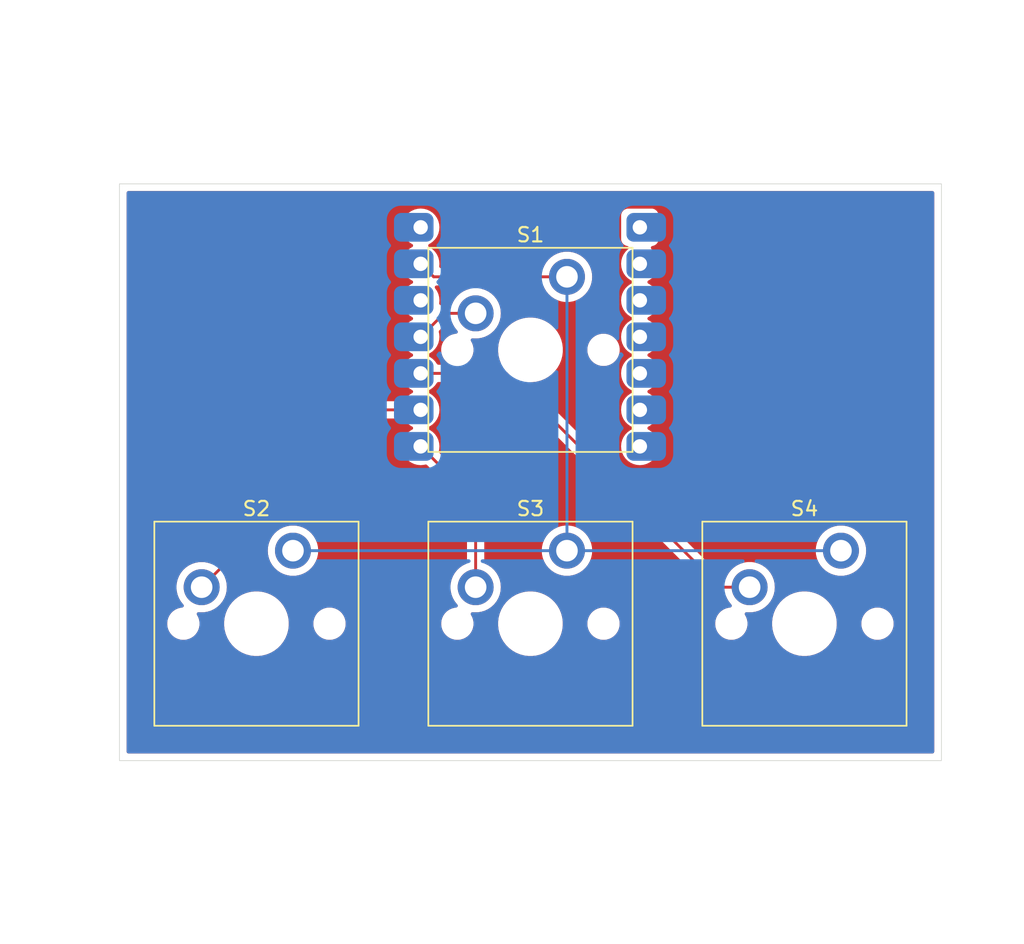
<source format=kicad_pcb>
(kicad_pcb (version 20240108) (generator "pcbnew") (generator_version "8.0")
  (layers (0 "F.Cu" signal) (31 "B.Cu" signal) (34 "B.Paste" user) (35 "F.Paste" user) (36 "B.SilkS" user "B.Silkscreen") (37 "F.SilkS" user "F.Silkscreen") (38 "B.Mask" user) (39 "F.Mask" user) (44 "Edge.Cuts" user))
  (net 0 "")
  (net 1 "GND")
  (net 2 "Left")
  (net 3 "Down")
  (net 4 "Right")
  (net 5 "Up")
  (footprint "ScottoKeebs_MX:MX_PCB_1.00u" (layer "F.Cu") (at 114.3 90.4875)
    (property "Reference" "S3" (at 0 -8 0) (layer "F.SilkS"))
    (property "Value" "Keyswitch")
    (fp_line (start -7.1 -7.1) (end -7.1 7.1) (stroke (width 0.12)) (layer "F.SilkS"))
    (fp_line (start -7.1 7.1) (end 7.1 7.1) (stroke (width 0.12)) (layer "F.SilkS"))
    (fp_line (start 7.1 -7.1) (end -7.1 -7.1) (stroke (width 0.12)) (layer "F.SilkS"))
    (fp_line (start 7.1 7.1) (end 7.1 -7.1) (stroke (width 0.12)) (layer "F.SilkS"))
    (pad "" np_thru_hole circle (at -5.08 0) (size 1.75 1.75) (drill 1.75) (layers "*.Cu" "*.Mask"))
    (pad "" np_thru_hole circle (at 0 0) (size 4 4) (drill 4) (layers "*.Cu" "*.Mask"))
    (pad "" np_thru_hole circle (at 5.08 0) (size 1.75 1.75) (drill 1.75) (layers "*.Cu" "*.Mask"))
    (pad "1" thru_hole circle (at -3.81 -2.54) (size 2.5 2.5) (drill 1.5) (layers "*.Cu" "*.Mask") (net 4 "Right"))
    (pad "2" thru_hole circle (at 2.54 -5.08) (size 2.5 2.5) (drill 1.5) (layers "*.Cu" "*.Mask") (net 1 "GND"))
  )
  (footprint "ScottoKeebs_MX:MX_PCB_1.00u" (layer "F.Cu") (at 95.25 90.4875)
    (property "Reference" "S2" (at 0 -8 0) (layer "F.SilkS"))
    (property "Value" "Keyswitch")
    (fp_line (start -7.1 -7.1) (end -7.1 7.1) (stroke (width 0.12)) (layer "F.SilkS"))
    (fp_line (start -7.1 7.1) (end 7.1 7.1) (stroke (width 0.12)) (layer "F.SilkS"))
    (fp_line (start 7.1 -7.1) (end -7.1 -7.1) (stroke (width 0.12)) (layer "F.SilkS"))
    (fp_line (start 7.1 7.1) (end 7.1 -7.1) (stroke (width 0.12)) (layer "F.SilkS"))
    (pad "" np_thru_hole circle (at -5.08 0) (size 1.75 1.75) (drill 1.75) (layers "*.Cu" "*.Mask"))
    (pad "" np_thru_hole circle (at 0 0) (size 4 4) (drill 4) (layers "*.Cu" "*.Mask"))
    (pad "" np_thru_hole circle (at 5.08 0) (size 1.75 1.75) (drill 1.75) (layers "*.Cu" "*.Mask"))
    (pad "1" thru_hole circle (at -3.81 -2.54) (size 2.5 2.5) (drill 1.5) (layers "*.Cu" "*.Mask") (net 3 "Down"))
    (pad "2" thru_hole circle (at 2.54 -5.08) (size 2.5 2.5) (drill 1.5) (layers "*.Cu" "*.Mask") (net 1 "GND"))
  )
  (footprint "ScottoKeebs_MX:MX_PCB_1.00u" (layer "F.Cu") (at 133.35 90.4875)
    (property "Reference" "S4" (at 0 -8 0) (layer "F.SilkS"))
    (property "Value" "Keyswitch")
    (fp_line (start -7.1 -7.1) (end -7.1 7.1) (stroke (width 0.12)) (layer "F.SilkS"))
    (fp_line (start -7.1 7.1) (end 7.1 7.1) (stroke (width 0.12)) (layer "F.SilkS"))
    (fp_line (start 7.1 -7.1) (end -7.1 -7.1) (stroke (width 0.12)) (layer "F.SilkS"))
    (fp_line (start 7.1 7.1) (end 7.1 -7.1) (stroke (width 0.12)) (layer "F.SilkS"))
    (pad "" np_thru_hole circle (at -5.08 0) (size 1.75 1.75) (drill 1.75) (layers "*.Cu" "*.Mask"))
    (pad "" np_thru_hole circle (at 0 0) (size 4 4) (drill 4) (layers "*.Cu" "*.Mask"))
    (pad "" np_thru_hole circle (at 5.08 0) (size 1.75 1.75) (drill 1.75) (layers "*.Cu" "*.Mask"))
    (pad "1" thru_hole circle (at -3.81 -2.54) (size 2.5 2.5) (drill 1.5) (layers "*.Cu" "*.Mask") (net 5 "Up"))
    (pad "2" thru_hole circle (at 2.54 -5.08) (size 2.5 2.5) (drill 1.5) (layers "*.Cu" "*.Mask") (net 1 "GND"))
  )
  (footprint "ScottoKeebs_MX:MX_PCB_1.00u" (layer "F.Cu") (at 114.3 71.4375)
    (property "Reference" "S1" (at 0 -8 0) (layer "F.SilkS"))
    (property "Value" "Keyswitch")
    (fp_line (start -7.1 -7.1) (end -7.1 7.1) (stroke (width 0.12)) (layer "F.SilkS"))
    (fp_line (start -7.1 7.1) (end 7.1 7.1) (stroke (width 0.12)) (layer "F.SilkS"))
    (fp_line (start 7.1 -7.1) (end -7.1 -7.1) (stroke (width 0.12)) (layer "F.SilkS"))
    (fp_line (start 7.1 7.1) (end 7.1 -7.1) (stroke (width 0.12)) (layer "F.SilkS"))
    (pad "" np_thru_hole circle (at -5.08 0) (size 1.75 1.75) (drill 1.75) (layers "*.Cu" "*.Mask"))
    (pad "" np_thru_hole circle (at 0 0) (size 4 4) (drill 4) (layers "*.Cu" "*.Mask"))
    (pad "" np_thru_hole circle (at 5.08 0) (size 1.75 1.75) (drill 1.75) (layers "*.Cu" "*.Mask"))
    (pad "1" thru_hole circle (at -3.81 -2.54) (size 2.5 2.5) (drill 1.5) (layers "*.Cu" "*.Mask") (net 2 "Left"))
    (pad "2" thru_hole circle (at 2.54 -5.08) (size 2.5 2.5) (drill 1.5) (layers "*.Cu" "*.Mask") (net 1 "GND"))
  )
  (footprint "ScottoKeebs_MCU:Seeed_XIAO_RP2040" (layer "B.Cu") (at 114.28707 70.53247 180)
    (property "Reference" "U1" (hide yes))
    (property "Value" "XIAO-RP2040-DIP")
    (pad "1" smd roundrect (at -8.065 7.62 180) (size 2.75 2) (layers "B.Cu" "B.Paste" "B.Mask"))
    (pad "1" thru_hole rect (at -7.62 7.62 90) (size 1.6 1.6) (drill 1) (layers "*.Cu" "*.Mask"))
    (pad "2" smd roundrect (at -8.065 5.08 180) (size 2.75 2) (layers "B.Cu" "B.Paste" "B.Mask"))
    (pad "2" thru_hole circle (at -7.62 5.08 90) (size 1.6 1.6) (drill 1) (layers "*.Cu" "*.Mask"))
    (pad "3" smd roundrect (at -8.065 2.54 180) (size 2.75 2) (layers "B.Cu" "B.Paste" "B.Mask"))
    (pad "3" thru_hole circle (at -7.62 2.54 90) (size 1.6 1.6) (drill 1) (layers "*.Cu" "*.Mask"))
    (pad "4" smd roundrect (at -8.065 0 180) (size 2.75 2) (layers "B.Cu" "B.Paste" "B.Mask"))
    (pad "4" thru_hole circle (at -7.62 0 90) (size 1.6 1.6) (drill 1) (layers "*.Cu" "*.Mask"))
    (pad "5" smd roundrect (at -8.065 -2.54 180) (size 2.75 2) (layers "B.Cu" "B.Paste" "B.Mask"))
    (pad "5" thru_hole circle (at -7.62 -2.54 90) (size 1.6 1.6) (drill 1) (layers "*.Cu" "*.Mask"))
    (pad "6" smd roundrect (at -8.065 -5.08 180) (size 2.75 2) (layers "B.Cu" "B.Paste" "B.Mask"))
    (pad "6" thru_hole circle (at -7.62 -5.08 90) (size 1.6 1.6) (drill 1) (layers "*.Cu" "*.Mask"))
    (pad "7" smd roundrect (at -8.065 -7.62 180) (size 2.75 2) (layers "B.Cu" "B.Paste" "B.Mask"))
    (pad "7" thru_hole circle (at -7.62 -7.62 90) (size 1.6 1.6) (drill 1) (layers "*.Cu" "*.Mask"))
    (pad "8" thru_hole circle (at 7.62 -7.62 90) (size 1.6 1.6) (drill 1) (layers "*.Cu" "*.Mask") (net 4 "Right"))
    (pad "8" smd roundrect (at 8.1 -7.62 180) (size 2.75 2) (layers "B.Cu" "B.Paste" "B.Mask") (net 4 "Right"))
    (pad "9" thru_hole circle (at 7.62 -5.08 90) (size 1.6 1.6) (drill 1) (layers "*.Cu" "*.Mask") (net 3 "Down"))
    (pad "9" smd roundrect (at 8.1 -5.08 180) (size 2.75 2) (layers "B.Cu" "B.Paste" "B.Mask") (net 3 "Down"))
    (pad "10" thru_hole circle (at 7.62 -2.54 90) (size 1.6 1.6) (drill 1) (layers "*.Cu" "*.Mask") (net 5 "Up"))
    (pad "10" smd roundrect (at 8.1 -2.54 180) (size 2.75 2) (layers "B.Cu" "B.Paste" "B.Mask") (net 5 "Up"))
    (pad "11" thru_hole circle (at 7.62 0 90) (size 1.6 1.6) (drill 1) (layers "*.Cu" "*.Mask") (net 2 "Left"))
    (pad "11" smd roundrect (at 8.1 0 180) (size 2.75 2) (layers "B.Cu" "B.Paste" "B.Mask") (net 2 "Left"))
    (pad "12" thru_hole circle (at 7.62 2.54 90) (size 1.6 1.6) (drill 1) (layers "*.Cu" "*.Mask"))
    (pad "12" smd roundrect (at 8.1 2.54 180) (size 2.75 2) (layers "B.Cu" "B.Paste" "B.Mask"))
    (pad "13" thru_hole circle (at 7.62 5.08 90) (size 1.6 1.6) (drill 1) (layers "*.Cu" "*.Mask") (net 1 "GND"))
    (pad "13" smd roundrect (at 8.1 5.08 180) (size 2.75 2) (layers "B.Cu" "B.Paste" "B.Mask") (net 1 "GND"))
    (pad "14" thru_hole circle (at 7.62 7.62 90) (size 1.6 1.6) (drill 1) (layers "*.Cu" "*.Mask"))
    (pad "14" smd roundrect (at 8.1 7.62 180) (size 2.75 2) (layers "B.Cu" "B.Paste" "B.Mask"))
  )
  (gr_rect (start 85.72536 59.89086) (end 142.8756 100.01292) (stroke (width 0.05)) (fill none) (layer "Edge.Cuts"))
  (segment (start 116.84 66.3575) (end 107.57209 66.3575) (width 0.2) (layer "F.Cu") (net 1))
  (segment (start 107.57209 66.3575) (end 106.66707 65.45248) (width 0.2) (layer "F.Cu") (net 1))
  (segment (start 135.89 85.4075) (end 116.84 85.4075) (width 0.2) (layer "B.Cu") (net 1))
  (segment (start 116.84 85.4075) (end 116.84 66.3575) (width 0.2) (layer "B.Cu") (net 1))
  (segment (start 97.79 85.4075) (end 116.84 85.4075) (width 0.2) (layer "B.Cu") (net 1))
  (segment (start 110.49 68.8975) (end 108.30205 68.8975) (width 0.2) (layer "F.Cu") (net 2))
  (segment (start 108.30205 68.8975) (end 106.66707 70.53248) (width 0.2) (layer "F.Cu") (net 2))
  (segment (start 106.66707 70.616982) (end 106.66707 70.53248) (width 0.2) (layer "F.Cu") (net 2))
  (segment (start 91.44 87.9475) (end 103.77502 75.61248) (width 0.2) (layer "F.Cu") (net 3))
  (segment (start 103.77502 75.61248) (end 106.66707 75.61248) (width 0.2) (layer "F.Cu") (net 3))
  (segment (start 110.49 87.9475) (end 110.49 81.97541) (width 0.2) (layer "F.Cu") (net 4))
  (segment (start 110.49 81.97541) (end 106.66707 78.15248) (width 0.2) (layer "F.Cu") (net 4))
  (segment (start 112.611578 73.07248) (end 106.66707 73.07248) (width 0.2) (layer "F.Cu") (net 5))
  (segment (start 127.486598 87.9475) (end 112.611578 73.07248) (width 0.2) (layer "F.Cu") (net 5))
  (segment (start 129.54 87.9475) (end 127.486598 87.9475) (width 0.2) (layer "F.Cu") (net 5))
  (zone (net 0) (net_name "") (layers "F&B.Cu") (priority 1) (connect_pads (clearance 0.5)) (min_thickness 0.25) (fill yes (thermal_gap 0.5) (thermal_bridge_width 0.5) (island_removal_mode 1) (island_area_min 10))
    (polygon (pts (xy 82.92536 48.82087) (xy 77.42 104.5) (xy 148.62 112.8) (xy 145.44 47.1)))
  )
)
</source>
